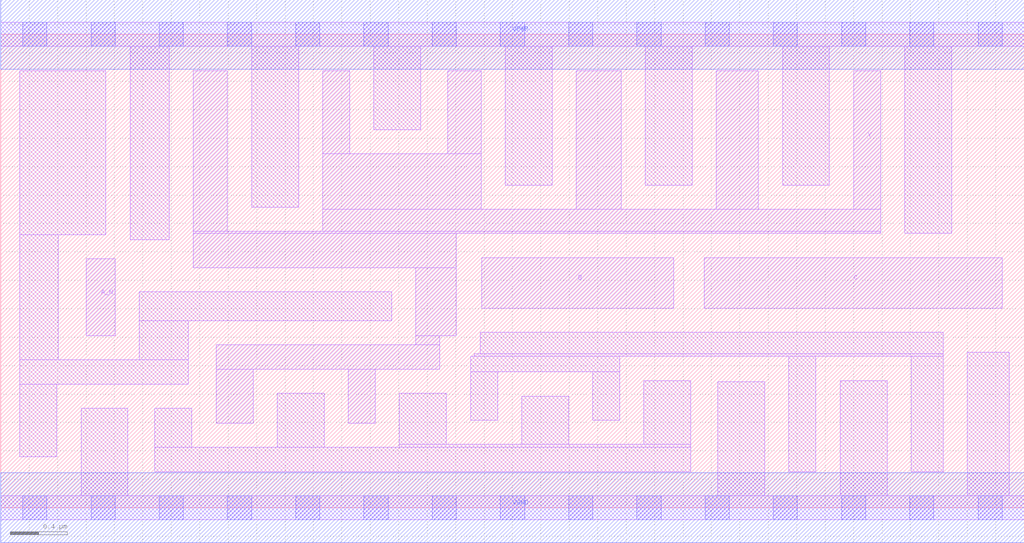
<source format=lef>
# Copyright 2020 The SkyWater PDK Authors
#
# Licensed under the Apache License, Version 2.0 (the "License");
# you may not use this file except in compliance with the License.
# You may obtain a copy of the License at
#
#     https://www.apache.org/licenses/LICENSE-2.0
#
# Unless required by applicable law or agreed to in writing, software
# distributed under the License is distributed on an "AS IS" BASIS,
# WITHOUT WARRANTIES OR CONDITIONS OF ANY KIND, either express or implied.
# See the License for the specific language governing permissions and
# limitations under the License.
#
# SPDX-License-Identifier: Apache-2.0

VERSION 5.7 ;
  NAMESCASESENSITIVE ON ;
  NOWIREEXTENSIONATPIN ON ;
  DIVIDERCHAR "/" ;
  BUSBITCHARS "[]" ;
UNITS
  DATABASE MICRONS 200 ;
END UNITS
MACRO sky130_fd_sc_lp__nand3b_4
  CLASS CORE ;
  SOURCE USER ;
  FOREIGN sky130_fd_sc_lp__nand3b_4 ;
  ORIGIN  0.000000  0.000000 ;
  SIZE  7.200000 BY  3.330000 ;
  SYMMETRY X Y R90 ;
  SITE unit ;
  PIN A_N
    ANTENNAGATEAREA  0.315000 ;
    DIRECTION INPUT ;
    USE SIGNAL ;
    PORT
      LAYER li1 ;
        RECT 0.600000 1.210000 0.805000 1.750000 ;
    END
  END A_N
  PIN B
    ANTENNAGATEAREA  1.260000 ;
    DIRECTION INPUT ;
    USE SIGNAL ;
    PORT
      LAYER li1 ;
        RECT 3.385000 1.405000 4.735000 1.760000 ;
    END
  END B
  PIN C
    ANTENNAGATEAREA  1.260000 ;
    DIRECTION INPUT ;
    USE SIGNAL ;
    PORT
      LAYER li1 ;
        RECT 4.950000 1.405000 7.045000 1.760000 ;
    END
  END C
  PIN Y
    ANTENNADIFFAREA  2.587200 ;
    DIRECTION OUTPUT ;
    USE SIGNAL ;
    PORT
      LAYER li1 ;
        RECT 1.355000 1.690000 3.205000 1.930000 ;
        RECT 1.355000 1.930000 6.190000 1.945000 ;
        RECT 1.355000 1.945000 1.595000 3.075000 ;
        RECT 1.515000 0.595000 1.775000 0.975000 ;
        RECT 1.515000 0.975000 3.090000 1.145000 ;
        RECT 2.265000 1.945000 6.190000 2.100000 ;
        RECT 2.265000 2.100000 3.380000 2.490000 ;
        RECT 2.265000 2.490000 2.455000 3.075000 ;
        RECT 2.445000 0.595000 2.635000 0.975000 ;
        RECT 2.920000 1.145000 3.090000 1.210000 ;
        RECT 2.920000 1.210000 3.205000 1.690000 ;
        RECT 3.145000 2.490000 3.380000 3.075000 ;
        RECT 4.050000 2.100000 4.365000 3.075000 ;
        RECT 5.035000 2.100000 5.330000 3.075000 ;
        RECT 6.000000 2.100000 6.190000 3.075000 ;
    END
  END Y
  PIN VGND
    DIRECTION INOUT ;
    USE GROUND ;
    PORT
      LAYER met1 ;
        RECT 0.000000 -0.245000 7.200000 0.245000 ;
    END
  END VGND
  PIN VPWR
    DIRECTION INOUT ;
    USE POWER ;
    PORT
      LAYER met1 ;
        RECT 0.000000 3.085000 7.200000 3.575000 ;
    END
  END VPWR
  OBS
    LAYER li1 ;
      RECT 0.000000 -0.085000 7.200000 0.085000 ;
      RECT 0.000000  3.245000 7.200000 3.415000 ;
      RECT 0.135000  0.360000 0.395000 0.870000 ;
      RECT 0.135000  0.870000 1.320000 1.040000 ;
      RECT 0.135000  1.040000 0.405000 1.920000 ;
      RECT 0.135000  1.920000 0.740000 3.075000 ;
      RECT 0.565000  0.085000 0.895000 0.700000 ;
      RECT 0.910000  1.885000 1.185000 3.245000 ;
      RECT 0.975000  1.040000 1.320000 1.315000 ;
      RECT 0.975000  1.315000 2.750000 1.520000 ;
      RECT 1.085000  0.255000 4.855000 0.425000 ;
      RECT 1.085000  0.425000 1.345000 0.700000 ;
      RECT 1.765000  2.115000 2.095000 3.245000 ;
      RECT 1.945000  0.425000 2.275000 0.805000 ;
      RECT 2.625000  2.660000 2.955000 3.245000 ;
      RECT 2.805000  0.425000 4.855000 0.445000 ;
      RECT 2.805000  0.445000 3.135000 0.805000 ;
      RECT 3.305000  0.615000 3.495000 0.955000 ;
      RECT 3.305000  0.955000 4.355000 1.065000 ;
      RECT 3.330000  1.065000 6.630000 1.085000 ;
      RECT 3.375000  1.085000 6.630000 1.235000 ;
      RECT 3.550000  2.270000 3.880000 3.245000 ;
      RECT 3.665000  0.445000 3.995000 0.785000 ;
      RECT 4.165000  0.615000 4.355000 0.955000 ;
      RECT 4.525000  0.445000 4.855000 0.895000 ;
      RECT 4.535000  2.270000 4.865000 3.245000 ;
      RECT 5.045000  0.085000 5.375000 0.885000 ;
      RECT 5.500000  2.270000 5.830000 3.245000 ;
      RECT 5.545000  0.255000 5.735000 1.065000 ;
      RECT 5.905000  0.085000 6.235000 0.895000 ;
      RECT 6.360000  1.930000 6.690000 3.245000 ;
      RECT 6.405000  0.255000 6.630000 1.065000 ;
      RECT 6.800000  0.085000 7.095000 1.095000 ;
    LAYER mcon ;
      RECT 0.155000 -0.085000 0.325000 0.085000 ;
      RECT 0.155000  3.245000 0.325000 3.415000 ;
      RECT 0.635000 -0.085000 0.805000 0.085000 ;
      RECT 0.635000  3.245000 0.805000 3.415000 ;
      RECT 1.115000 -0.085000 1.285000 0.085000 ;
      RECT 1.115000  3.245000 1.285000 3.415000 ;
      RECT 1.595000 -0.085000 1.765000 0.085000 ;
      RECT 1.595000  3.245000 1.765000 3.415000 ;
      RECT 2.075000 -0.085000 2.245000 0.085000 ;
      RECT 2.075000  3.245000 2.245000 3.415000 ;
      RECT 2.555000 -0.085000 2.725000 0.085000 ;
      RECT 2.555000  3.245000 2.725000 3.415000 ;
      RECT 3.035000 -0.085000 3.205000 0.085000 ;
      RECT 3.035000  3.245000 3.205000 3.415000 ;
      RECT 3.515000 -0.085000 3.685000 0.085000 ;
      RECT 3.515000  3.245000 3.685000 3.415000 ;
      RECT 3.995000 -0.085000 4.165000 0.085000 ;
      RECT 3.995000  3.245000 4.165000 3.415000 ;
      RECT 4.475000 -0.085000 4.645000 0.085000 ;
      RECT 4.475000  3.245000 4.645000 3.415000 ;
      RECT 4.955000 -0.085000 5.125000 0.085000 ;
      RECT 4.955000  3.245000 5.125000 3.415000 ;
      RECT 5.435000 -0.085000 5.605000 0.085000 ;
      RECT 5.435000  3.245000 5.605000 3.415000 ;
      RECT 5.915000 -0.085000 6.085000 0.085000 ;
      RECT 5.915000  3.245000 6.085000 3.415000 ;
      RECT 6.395000 -0.085000 6.565000 0.085000 ;
      RECT 6.395000  3.245000 6.565000 3.415000 ;
      RECT 6.875000 -0.085000 7.045000 0.085000 ;
      RECT 6.875000  3.245000 7.045000 3.415000 ;
  END
END sky130_fd_sc_lp__nand3b_4
END LIBRARY

</source>
